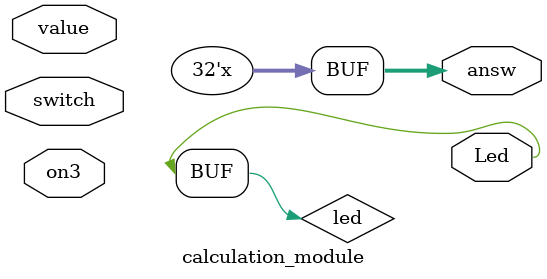
<source format=sv>
module calculation_module(
	input on3,
	input switch,
	input integer value,
	output int unsigned answ,
	output Led
);
	logic ready_to_calculate = 1'b1;
	int unsigned y;
	integer s; 
	integer val = 0;
	int unsigned b;
	reg led;
	assign Led = led;
	
//calculation block( algorithm from hacker deligt book ) 
always@(*)
	begin
		if (switch && ready_to_calculate) begin
		val = value;
		y = 0;
		for(s = 30; s >= 0; s = s - 3) begin
			y = 2 * y;
			b = (3 * y * (y + 1) + 1) << s;
			if (val > b | val == b) begin
				val = val - b;
				y = y + 1;
			end
		end
			ready_to_calculate = 1'b0;
		end
		else if(!switch && !ready_to_calculate) begin
			ready_to_calculate = 1'b1;
		end
		else if(switch && !ready_to_calculate) begin
			answ = y;
		end
		end
endmodule

</source>
